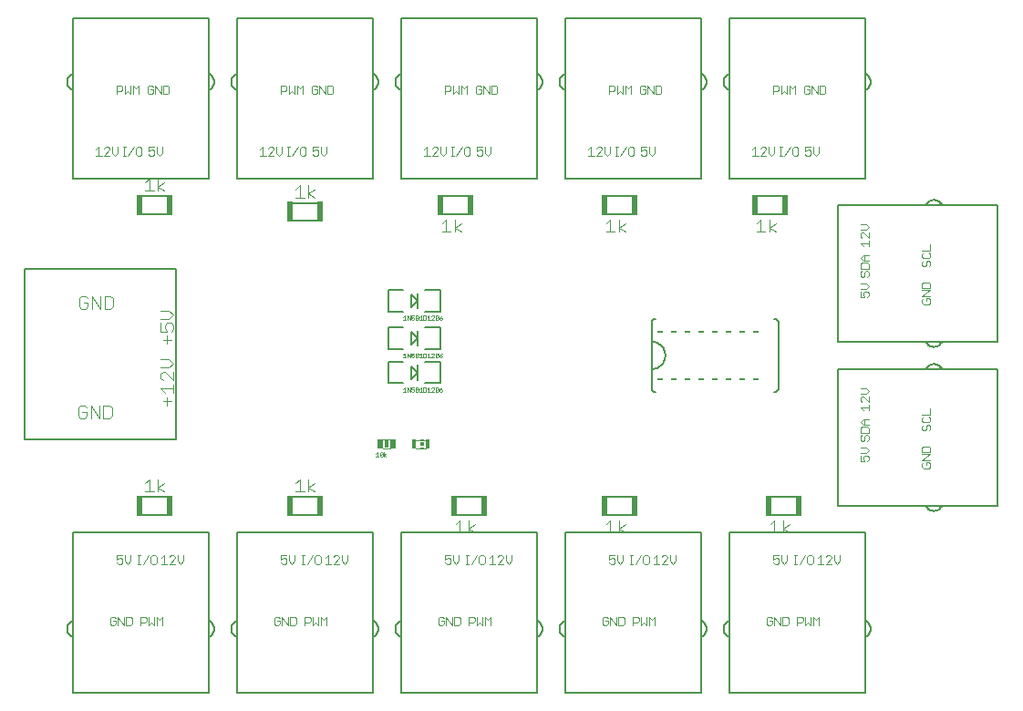
<source format=gto>
G75*
G70*
%OFA0B0*%
%FSLAX24Y24*%
%IPPOS*%
%LPD*%
%AMOC8*
5,1,8,0,0,1.08239X$1,22.5*
%
%ADD10C,0.0080*%
%ADD11C,0.0010*%
%ADD12C,0.0040*%
%ADD13R,0.0197X0.0374*%
%ADD14R,0.0180X0.0300*%
%ADD15R,0.0157X0.0354*%
%ADD16R,0.0118X0.0059*%
%ADD17R,0.0118X0.0118*%
%ADD18C,0.0060*%
%ADD19R,0.0200X0.0050*%
%ADD20R,0.0230X0.0720*%
%ADD21C,0.0050*%
D10*
X001859Y000257D02*
X001859Y002305D01*
X001859Y002895D01*
X001859Y006122D01*
X006840Y006122D01*
X006840Y002305D01*
X006840Y000257D01*
X001859Y000257D01*
X001859Y002305D02*
X001828Y002319D01*
X001799Y002337D01*
X001772Y002358D01*
X001748Y002382D01*
X001726Y002408D01*
X001707Y002437D01*
X001691Y002467D01*
X001678Y002499D01*
X001669Y002532D01*
X001664Y002566D01*
X001662Y002600D01*
X001664Y002634D01*
X001669Y002668D01*
X001678Y002701D01*
X001691Y002733D01*
X001707Y002763D01*
X001726Y002792D01*
X001748Y002818D01*
X001772Y002842D01*
X001799Y002863D01*
X001828Y002881D01*
X001859Y002895D01*
X006840Y002895D02*
X006871Y002881D01*
X006900Y002863D01*
X006927Y002842D01*
X006951Y002818D01*
X006973Y002792D01*
X006992Y002763D01*
X007008Y002733D01*
X007021Y002701D01*
X007030Y002668D01*
X007035Y002634D01*
X007037Y002600D01*
X007035Y002566D01*
X007030Y002532D01*
X007021Y002499D01*
X007008Y002467D01*
X006992Y002437D01*
X006973Y002408D01*
X006951Y002382D01*
X006927Y002358D01*
X006900Y002337D01*
X006871Y002319D01*
X006840Y002305D01*
X007859Y002305D02*
X007859Y002895D01*
X007859Y006122D01*
X012840Y006122D01*
X012840Y002305D01*
X012840Y000257D01*
X007859Y000257D01*
X007859Y002305D01*
X007828Y002319D01*
X007799Y002337D01*
X007772Y002358D01*
X007748Y002382D01*
X007726Y002408D01*
X007707Y002437D01*
X007691Y002467D01*
X007678Y002499D01*
X007669Y002532D01*
X007664Y002566D01*
X007662Y002600D01*
X007664Y002634D01*
X007669Y002668D01*
X007678Y002701D01*
X007691Y002733D01*
X007707Y002763D01*
X007726Y002792D01*
X007748Y002818D01*
X007772Y002842D01*
X007799Y002863D01*
X007828Y002881D01*
X007859Y002895D01*
X012840Y002895D02*
X012871Y002881D01*
X012900Y002863D01*
X012927Y002842D01*
X012951Y002818D01*
X012973Y002792D01*
X012992Y002763D01*
X013008Y002733D01*
X013021Y002701D01*
X013030Y002668D01*
X013035Y002634D01*
X013037Y002600D01*
X013035Y002566D01*
X013030Y002532D01*
X013021Y002499D01*
X013008Y002467D01*
X012992Y002437D01*
X012973Y002408D01*
X012951Y002382D01*
X012927Y002358D01*
X012900Y002337D01*
X012871Y002319D01*
X012840Y002305D01*
X013859Y002305D02*
X013859Y002895D01*
X013859Y006122D01*
X018840Y006122D01*
X018840Y002305D01*
X018840Y000257D01*
X013859Y000257D01*
X013859Y002305D01*
X013828Y002319D01*
X013799Y002337D01*
X013772Y002358D01*
X013748Y002382D01*
X013726Y002408D01*
X013707Y002437D01*
X013691Y002467D01*
X013678Y002499D01*
X013669Y002532D01*
X013664Y002566D01*
X013662Y002600D01*
X013664Y002634D01*
X013669Y002668D01*
X013678Y002701D01*
X013691Y002733D01*
X013707Y002763D01*
X013726Y002792D01*
X013748Y002818D01*
X013772Y002842D01*
X013799Y002863D01*
X013828Y002881D01*
X013859Y002895D01*
X018840Y002895D02*
X018871Y002881D01*
X018900Y002863D01*
X018927Y002842D01*
X018951Y002818D01*
X018973Y002792D01*
X018992Y002763D01*
X019008Y002733D01*
X019021Y002701D01*
X019030Y002668D01*
X019035Y002634D01*
X019037Y002600D01*
X019035Y002566D01*
X019030Y002532D01*
X019021Y002499D01*
X019008Y002467D01*
X018992Y002437D01*
X018973Y002408D01*
X018951Y002382D01*
X018927Y002358D01*
X018900Y002337D01*
X018871Y002319D01*
X018840Y002305D01*
X019859Y002305D02*
X019859Y002895D01*
X019859Y006122D01*
X024840Y006122D01*
X024840Y002305D01*
X024840Y000257D01*
X019859Y000257D01*
X019859Y002305D01*
X019828Y002319D01*
X019799Y002337D01*
X019772Y002358D01*
X019748Y002382D01*
X019726Y002408D01*
X019707Y002437D01*
X019691Y002467D01*
X019678Y002499D01*
X019669Y002532D01*
X019664Y002566D01*
X019662Y002600D01*
X019664Y002634D01*
X019669Y002668D01*
X019678Y002701D01*
X019691Y002733D01*
X019707Y002763D01*
X019726Y002792D01*
X019748Y002818D01*
X019772Y002842D01*
X019799Y002863D01*
X019828Y002881D01*
X019859Y002895D01*
X024840Y002895D02*
X024871Y002881D01*
X024900Y002863D01*
X024927Y002842D01*
X024951Y002818D01*
X024973Y002792D01*
X024992Y002763D01*
X025008Y002733D01*
X025021Y002701D01*
X025030Y002668D01*
X025035Y002634D01*
X025037Y002600D01*
X025035Y002566D01*
X025030Y002532D01*
X025021Y002499D01*
X025008Y002467D01*
X024992Y002437D01*
X024973Y002408D01*
X024951Y002382D01*
X024927Y002358D01*
X024900Y002337D01*
X024871Y002319D01*
X024840Y002305D01*
X025859Y002305D02*
X025859Y002895D01*
X025859Y006122D01*
X030840Y006122D01*
X030840Y002305D01*
X030840Y000257D01*
X025859Y000257D01*
X025859Y002305D01*
X025828Y002319D01*
X025799Y002337D01*
X025772Y002358D01*
X025748Y002382D01*
X025726Y002408D01*
X025707Y002437D01*
X025691Y002467D01*
X025678Y002499D01*
X025669Y002532D01*
X025664Y002566D01*
X025662Y002600D01*
X025664Y002634D01*
X025669Y002668D01*
X025678Y002701D01*
X025691Y002733D01*
X025707Y002763D01*
X025726Y002792D01*
X025748Y002818D01*
X025772Y002842D01*
X025799Y002863D01*
X025828Y002881D01*
X025859Y002895D01*
X030840Y002895D02*
X030871Y002881D01*
X030900Y002863D01*
X030927Y002842D01*
X030951Y002818D01*
X030973Y002792D01*
X030992Y002763D01*
X031008Y002733D01*
X031021Y002701D01*
X031030Y002668D01*
X031035Y002634D01*
X031037Y002600D01*
X031035Y002566D01*
X031030Y002532D01*
X031021Y002499D01*
X031008Y002467D01*
X030992Y002437D01*
X030973Y002408D01*
X030951Y002382D01*
X030927Y002358D01*
X030900Y002337D01*
X030871Y002319D01*
X030840Y002305D01*
X029828Y007110D02*
X033054Y007110D01*
X033645Y007110D01*
X035692Y007110D01*
X035692Y012090D01*
X033645Y012090D01*
X029828Y012090D01*
X029828Y007110D01*
X033054Y007110D02*
X033068Y007079D01*
X033086Y007050D01*
X033107Y007023D01*
X033131Y006999D01*
X033157Y006977D01*
X033186Y006958D01*
X033216Y006942D01*
X033248Y006929D01*
X033281Y006920D01*
X033315Y006915D01*
X033349Y006913D01*
X033383Y006915D01*
X033417Y006920D01*
X033450Y006929D01*
X033482Y006942D01*
X033512Y006958D01*
X033541Y006977D01*
X033567Y006999D01*
X033591Y007023D01*
X033612Y007050D01*
X033630Y007079D01*
X033644Y007110D01*
X033644Y012090D02*
X033630Y012121D01*
X033612Y012150D01*
X033591Y012177D01*
X033567Y012201D01*
X033541Y012223D01*
X033512Y012242D01*
X033482Y012258D01*
X033450Y012271D01*
X033417Y012280D01*
X033383Y012285D01*
X033349Y012287D01*
X033315Y012285D01*
X033281Y012280D01*
X033248Y012271D01*
X033216Y012258D01*
X033186Y012242D01*
X033157Y012223D01*
X033131Y012201D01*
X033107Y012177D01*
X033086Y012150D01*
X033068Y012121D01*
X033054Y012090D01*
X033054Y013110D02*
X033645Y013110D01*
X035692Y013110D01*
X035692Y018090D01*
X033645Y018090D01*
X029828Y018090D01*
X029828Y013110D01*
X033054Y013110D01*
X033068Y013079D01*
X033086Y013050D01*
X033107Y013023D01*
X033131Y012999D01*
X033157Y012977D01*
X033186Y012958D01*
X033216Y012942D01*
X033248Y012929D01*
X033281Y012920D01*
X033315Y012915D01*
X033349Y012913D01*
X033383Y012915D01*
X033417Y012920D01*
X033450Y012929D01*
X033482Y012942D01*
X033512Y012958D01*
X033541Y012977D01*
X033567Y012999D01*
X033591Y013023D01*
X033612Y013050D01*
X033630Y013079D01*
X033644Y013110D01*
X033644Y018090D02*
X033630Y018121D01*
X033612Y018150D01*
X033591Y018177D01*
X033567Y018201D01*
X033541Y018223D01*
X033512Y018242D01*
X033482Y018258D01*
X033450Y018271D01*
X033417Y018280D01*
X033383Y018285D01*
X033349Y018287D01*
X033315Y018285D01*
X033281Y018280D01*
X033248Y018271D01*
X033216Y018258D01*
X033186Y018242D01*
X033157Y018223D01*
X033131Y018201D01*
X033107Y018177D01*
X033086Y018150D01*
X033068Y018121D01*
X033054Y018090D01*
X030840Y019078D02*
X030840Y022305D01*
X030840Y022895D01*
X030840Y024943D01*
X025859Y024943D01*
X025859Y022895D01*
X025859Y019078D01*
X030840Y019078D01*
X030840Y022305D02*
X030871Y022319D01*
X030900Y022337D01*
X030927Y022358D01*
X030951Y022382D01*
X030973Y022408D01*
X030992Y022437D01*
X031008Y022467D01*
X031021Y022499D01*
X031030Y022532D01*
X031035Y022566D01*
X031037Y022600D01*
X031035Y022634D01*
X031030Y022668D01*
X031021Y022701D01*
X031008Y022733D01*
X030992Y022763D01*
X030973Y022792D01*
X030951Y022818D01*
X030927Y022842D01*
X030900Y022863D01*
X030871Y022881D01*
X030840Y022895D01*
X025859Y022895D02*
X025828Y022881D01*
X025799Y022863D01*
X025772Y022842D01*
X025748Y022818D01*
X025726Y022792D01*
X025707Y022763D01*
X025691Y022733D01*
X025678Y022701D01*
X025669Y022668D01*
X025664Y022634D01*
X025662Y022600D01*
X025664Y022566D01*
X025669Y022532D01*
X025678Y022499D01*
X025691Y022467D01*
X025707Y022437D01*
X025726Y022408D01*
X025748Y022382D01*
X025772Y022358D01*
X025799Y022337D01*
X025828Y022319D01*
X025859Y022305D01*
X024840Y022305D02*
X024840Y022895D01*
X024840Y024943D01*
X019859Y024943D01*
X019859Y022895D01*
X019859Y019078D01*
X024840Y019078D01*
X024840Y022305D01*
X024871Y022319D01*
X024900Y022337D01*
X024927Y022358D01*
X024951Y022382D01*
X024973Y022408D01*
X024992Y022437D01*
X025008Y022467D01*
X025021Y022499D01*
X025030Y022532D01*
X025035Y022566D01*
X025037Y022600D01*
X025035Y022634D01*
X025030Y022668D01*
X025021Y022701D01*
X025008Y022733D01*
X024992Y022763D01*
X024973Y022792D01*
X024951Y022818D01*
X024927Y022842D01*
X024900Y022863D01*
X024871Y022881D01*
X024840Y022895D01*
X019859Y022895D02*
X019828Y022881D01*
X019799Y022863D01*
X019772Y022842D01*
X019748Y022818D01*
X019726Y022792D01*
X019707Y022763D01*
X019691Y022733D01*
X019678Y022701D01*
X019669Y022668D01*
X019664Y022634D01*
X019662Y022600D01*
X019664Y022566D01*
X019669Y022532D01*
X019678Y022499D01*
X019691Y022467D01*
X019707Y022437D01*
X019726Y022408D01*
X019748Y022382D01*
X019772Y022358D01*
X019799Y022337D01*
X019828Y022319D01*
X019859Y022305D01*
X018840Y022305D02*
X018840Y022895D01*
X018840Y024943D01*
X013859Y024943D01*
X013859Y022895D01*
X013859Y019078D01*
X018840Y019078D01*
X018840Y022305D01*
X018871Y022319D01*
X018900Y022337D01*
X018927Y022358D01*
X018951Y022382D01*
X018973Y022408D01*
X018992Y022437D01*
X019008Y022467D01*
X019021Y022499D01*
X019030Y022532D01*
X019035Y022566D01*
X019037Y022600D01*
X019035Y022634D01*
X019030Y022668D01*
X019021Y022701D01*
X019008Y022733D01*
X018992Y022763D01*
X018973Y022792D01*
X018951Y022818D01*
X018927Y022842D01*
X018900Y022863D01*
X018871Y022881D01*
X018840Y022895D01*
X013859Y022895D02*
X013828Y022881D01*
X013799Y022863D01*
X013772Y022842D01*
X013748Y022818D01*
X013726Y022792D01*
X013707Y022763D01*
X013691Y022733D01*
X013678Y022701D01*
X013669Y022668D01*
X013664Y022634D01*
X013662Y022600D01*
X013664Y022566D01*
X013669Y022532D01*
X013678Y022499D01*
X013691Y022467D01*
X013707Y022437D01*
X013726Y022408D01*
X013748Y022382D01*
X013772Y022358D01*
X013799Y022337D01*
X013828Y022319D01*
X013859Y022305D01*
X012840Y022305D02*
X012840Y022895D01*
X012840Y024943D01*
X007859Y024943D01*
X007859Y022895D01*
X007859Y019078D01*
X012840Y019078D01*
X012840Y022305D01*
X012871Y022319D01*
X012900Y022337D01*
X012927Y022358D01*
X012951Y022382D01*
X012973Y022408D01*
X012992Y022437D01*
X013008Y022467D01*
X013021Y022499D01*
X013030Y022532D01*
X013035Y022566D01*
X013037Y022600D01*
X013035Y022634D01*
X013030Y022668D01*
X013021Y022701D01*
X013008Y022733D01*
X012992Y022763D01*
X012973Y022792D01*
X012951Y022818D01*
X012927Y022842D01*
X012900Y022863D01*
X012871Y022881D01*
X012840Y022895D01*
X007859Y022895D02*
X007828Y022881D01*
X007799Y022863D01*
X007772Y022842D01*
X007748Y022818D01*
X007726Y022792D01*
X007707Y022763D01*
X007691Y022733D01*
X007678Y022701D01*
X007669Y022668D01*
X007664Y022634D01*
X007662Y022600D01*
X007664Y022566D01*
X007669Y022532D01*
X007678Y022499D01*
X007691Y022467D01*
X007707Y022437D01*
X007726Y022408D01*
X007748Y022382D01*
X007772Y022358D01*
X007799Y022337D01*
X007828Y022319D01*
X007859Y022305D01*
X006840Y022305D02*
X006840Y022895D01*
X006840Y024943D01*
X001859Y024943D01*
X001859Y022895D01*
X001859Y019078D01*
X006840Y019078D01*
X006840Y022305D01*
X006871Y022319D01*
X006900Y022337D01*
X006927Y022358D01*
X006951Y022382D01*
X006973Y022408D01*
X006992Y022437D01*
X007008Y022467D01*
X007021Y022499D01*
X007030Y022532D01*
X007035Y022566D01*
X007037Y022600D01*
X007035Y022634D01*
X007030Y022668D01*
X007021Y022701D01*
X007008Y022733D01*
X006992Y022763D01*
X006973Y022792D01*
X006951Y022818D01*
X006927Y022842D01*
X006900Y022863D01*
X006871Y022881D01*
X006840Y022895D01*
X001859Y022895D02*
X001828Y022881D01*
X001799Y022863D01*
X001772Y022842D01*
X001748Y022818D01*
X001726Y022792D01*
X001707Y022763D01*
X001691Y022733D01*
X001678Y022701D01*
X001669Y022668D01*
X001664Y022634D01*
X001662Y022600D01*
X001664Y022566D01*
X001669Y022532D01*
X001678Y022499D01*
X001691Y022467D01*
X001707Y022437D01*
X001726Y022408D01*
X001748Y022382D01*
X001772Y022358D01*
X001799Y022337D01*
X001828Y022319D01*
X001859Y022305D01*
X013405Y014994D02*
X013405Y014206D01*
X013956Y014206D01*
X014231Y014364D02*
X014468Y014600D01*
X014231Y014836D01*
X014231Y014364D01*
X014468Y014324D02*
X014468Y014600D01*
X014468Y014876D01*
X014743Y014994D02*
X015294Y014994D01*
X015294Y014206D01*
X014743Y014206D01*
X014743Y013619D02*
X015294Y013619D01*
X015294Y012831D01*
X014743Y012831D01*
X014468Y012949D02*
X014468Y013225D01*
X014231Y012989D01*
X014231Y013461D01*
X014468Y013225D01*
X014468Y013501D01*
X013956Y013619D02*
X013405Y013619D01*
X013405Y012831D01*
X013956Y012831D01*
X013956Y012369D02*
X013405Y012369D01*
X013405Y011581D01*
X013956Y011581D01*
X014231Y011739D02*
X014468Y011975D01*
X014231Y012211D01*
X014231Y011739D01*
X014468Y011699D02*
X014468Y011975D01*
X014468Y012251D01*
X014743Y012369D02*
X015294Y012369D01*
X015294Y011581D01*
X014743Y011581D01*
X013956Y014994D02*
X013405Y014994D01*
D11*
X014004Y014055D02*
X014004Y013905D01*
X013954Y013905D02*
X014054Y013905D01*
X014102Y013905D02*
X014102Y014055D01*
X014202Y013905D01*
X014202Y014055D01*
X014249Y014055D02*
X014249Y013980D01*
X014299Y014005D01*
X014324Y014005D01*
X014349Y013980D01*
X014349Y013930D01*
X014324Y013905D01*
X014274Y013905D01*
X014249Y013930D01*
X014249Y014055D02*
X014349Y014055D01*
X014396Y014030D02*
X014421Y014055D01*
X014471Y014055D01*
X014496Y014030D01*
X014496Y014005D01*
X014471Y013980D01*
X014421Y013980D01*
X014396Y014005D01*
X014396Y014030D01*
X014421Y013980D02*
X014396Y013955D01*
X014396Y013930D01*
X014421Y013905D01*
X014471Y013905D01*
X014496Y013930D01*
X014496Y013955D01*
X014471Y013980D01*
X014544Y014005D02*
X014594Y014055D01*
X014594Y013905D01*
X014544Y013905D02*
X014644Y013905D01*
X014691Y013905D02*
X014766Y013905D01*
X014791Y013930D01*
X014791Y014030D01*
X014766Y014055D01*
X014691Y014055D01*
X014691Y013905D01*
X014838Y013905D02*
X014938Y013905D01*
X014986Y013905D02*
X015086Y014005D01*
X015086Y014030D01*
X015061Y014055D01*
X015011Y014055D01*
X014986Y014030D01*
X014888Y014055D02*
X014888Y013905D01*
X014986Y013905D02*
X015086Y013905D01*
X015133Y013930D02*
X015233Y014030D01*
X015233Y013930D01*
X015208Y013905D01*
X015158Y013905D01*
X015133Y013930D01*
X015133Y014030D01*
X015158Y014055D01*
X015208Y014055D01*
X015233Y014030D01*
X015280Y013980D02*
X015355Y013980D01*
X015380Y013955D01*
X015380Y013930D01*
X015355Y013905D01*
X015305Y013905D01*
X015280Y013930D01*
X015280Y013980D01*
X015330Y014030D01*
X015380Y014055D01*
X014888Y014055D02*
X014838Y014005D01*
X014004Y014055D02*
X013954Y014005D01*
X014004Y012680D02*
X013954Y012630D01*
X014004Y012680D02*
X014004Y012530D01*
X013954Y012530D02*
X014054Y012530D01*
X014102Y012530D02*
X014102Y012680D01*
X014202Y012530D01*
X014202Y012680D01*
X014249Y012680D02*
X014249Y012605D01*
X014299Y012630D01*
X014324Y012630D01*
X014349Y012605D01*
X014349Y012555D01*
X014324Y012530D01*
X014274Y012530D01*
X014249Y012555D01*
X014249Y012680D02*
X014349Y012680D01*
X014396Y012655D02*
X014396Y012630D01*
X014421Y012605D01*
X014471Y012605D01*
X014496Y012580D01*
X014496Y012555D01*
X014471Y012530D01*
X014421Y012530D01*
X014396Y012555D01*
X014396Y012580D01*
X014421Y012605D01*
X014471Y012605D02*
X014496Y012630D01*
X014496Y012655D01*
X014471Y012680D01*
X014421Y012680D01*
X014396Y012655D01*
X014544Y012630D02*
X014594Y012680D01*
X014594Y012530D01*
X014544Y012530D02*
X014644Y012530D01*
X014691Y012530D02*
X014766Y012530D01*
X014791Y012555D01*
X014791Y012655D01*
X014766Y012680D01*
X014691Y012680D01*
X014691Y012530D01*
X014838Y012530D02*
X014938Y012530D01*
X014986Y012530D02*
X015086Y012630D01*
X015086Y012655D01*
X015061Y012680D01*
X015011Y012680D01*
X014986Y012655D01*
X014888Y012680D02*
X014888Y012530D01*
X014986Y012530D02*
X015086Y012530D01*
X015133Y012555D02*
X015158Y012530D01*
X015208Y012530D01*
X015233Y012555D01*
X015233Y012655D01*
X015133Y012555D01*
X015133Y012655D01*
X015158Y012680D01*
X015208Y012680D01*
X015233Y012655D01*
X015280Y012605D02*
X015355Y012605D01*
X015380Y012580D01*
X015380Y012555D01*
X015355Y012530D01*
X015305Y012530D01*
X015280Y012555D01*
X015280Y012605D01*
X015330Y012655D01*
X015380Y012680D01*
X014888Y012680D02*
X014838Y012630D01*
X014888Y011430D02*
X014888Y011280D01*
X014838Y011280D02*
X014938Y011280D01*
X014986Y011280D02*
X015086Y011380D01*
X015086Y011405D01*
X015061Y011430D01*
X015011Y011430D01*
X014986Y011405D01*
X014888Y011430D02*
X014838Y011380D01*
X014791Y011405D02*
X014766Y011430D01*
X014691Y011430D01*
X014691Y011280D01*
X014766Y011280D01*
X014791Y011305D01*
X014791Y011405D01*
X014644Y011280D02*
X014544Y011280D01*
X014594Y011280D02*
X014594Y011430D01*
X014544Y011380D01*
X014496Y011380D02*
X014471Y011355D01*
X014421Y011355D01*
X014396Y011380D01*
X014396Y011405D01*
X014421Y011430D01*
X014471Y011430D01*
X014496Y011405D01*
X014496Y011380D01*
X014471Y011355D02*
X014496Y011330D01*
X014496Y011305D01*
X014471Y011280D01*
X014421Y011280D01*
X014396Y011305D01*
X014396Y011330D01*
X014421Y011355D01*
X014349Y011355D02*
X014349Y011305D01*
X014324Y011280D01*
X014274Y011280D01*
X014249Y011305D01*
X014249Y011355D02*
X014299Y011380D01*
X014324Y011380D01*
X014349Y011355D01*
X014349Y011430D02*
X014249Y011430D01*
X014249Y011355D01*
X014202Y011280D02*
X014202Y011430D01*
X014102Y011430D02*
X014202Y011280D01*
X014102Y011280D02*
X014102Y011430D01*
X014004Y011430D02*
X014004Y011280D01*
X013954Y011280D02*
X014054Y011280D01*
X013954Y011380D02*
X014004Y011430D01*
X014986Y011280D02*
X015086Y011280D01*
X015133Y011305D02*
X015158Y011280D01*
X015208Y011280D01*
X015233Y011305D01*
X015233Y011405D01*
X015133Y011305D01*
X015133Y011405D01*
X015158Y011430D01*
X015208Y011430D01*
X015233Y011405D01*
X015280Y011355D02*
X015355Y011355D01*
X015380Y011330D01*
X015380Y011305D01*
X015355Y011280D01*
X015305Y011280D01*
X015280Y011305D01*
X015280Y011355D01*
X015330Y011405D01*
X015380Y011430D01*
X013249Y009055D02*
X013249Y008905D01*
X013249Y008955D02*
X013324Y009005D01*
X013249Y008955D02*
X013324Y008905D01*
X013202Y008930D02*
X013202Y009030D01*
X013102Y008930D01*
X013127Y008905D01*
X013177Y008905D01*
X013202Y008930D01*
X013202Y009030D02*
X013177Y009055D01*
X013127Y009055D01*
X013102Y009030D01*
X013102Y008930D01*
X013054Y008905D02*
X012954Y008905D01*
X013004Y008905D02*
X013004Y009055D01*
X012954Y009005D01*
X011901Y005290D02*
X011901Y005083D01*
X011797Y004980D01*
X011694Y005083D01*
X011694Y005290D01*
X011606Y005239D02*
X011554Y005290D01*
X011451Y005290D01*
X011399Y005239D01*
X011208Y005290D02*
X011208Y004980D01*
X011311Y004980D02*
X011104Y004980D01*
X010927Y005032D02*
X010876Y004980D01*
X010772Y004980D01*
X010720Y005032D01*
X010720Y005239D01*
X010772Y005290D01*
X010876Y005290D01*
X010927Y005239D01*
X010927Y005032D01*
X011104Y005187D02*
X011208Y005290D01*
X011399Y004980D02*
X011606Y005187D01*
X011606Y005239D01*
X011606Y004980D02*
X011399Y004980D01*
X010633Y005290D02*
X010426Y004980D01*
X010333Y004980D02*
X010229Y004980D01*
X010281Y004980D02*
X010281Y005290D01*
X010229Y005290D02*
X010333Y005290D01*
X009981Y005290D02*
X009981Y005083D01*
X009877Y004980D01*
X009774Y005083D01*
X009774Y005290D01*
X009686Y005290D02*
X009479Y005290D01*
X009479Y005135D01*
X009583Y005187D01*
X009635Y005187D01*
X009686Y005135D01*
X009686Y005032D01*
X009635Y004980D01*
X009531Y004980D01*
X009479Y005032D01*
X009524Y003040D02*
X009731Y002730D01*
X009731Y003040D01*
X009819Y003040D02*
X009974Y003040D01*
X010026Y002989D01*
X010026Y002782D01*
X009974Y002730D01*
X009819Y002730D01*
X009819Y003040D01*
X009524Y003040D02*
X009524Y002730D01*
X009436Y002782D02*
X009385Y002730D01*
X009281Y002730D01*
X009229Y002782D01*
X009229Y002989D01*
X009281Y003040D01*
X009385Y003040D01*
X009436Y002989D01*
X009436Y002885D02*
X009333Y002885D01*
X009436Y002885D02*
X009436Y002782D01*
X010354Y002833D02*
X010510Y002833D01*
X010561Y002885D01*
X010561Y002989D01*
X010510Y003040D01*
X010354Y003040D01*
X010354Y002730D01*
X010649Y002730D02*
X010752Y002833D01*
X010856Y002730D01*
X010856Y003040D01*
X010944Y003040D02*
X011047Y002937D01*
X011151Y003040D01*
X011151Y002730D01*
X010944Y002730D02*
X010944Y003040D01*
X010649Y003040D02*
X010649Y002730D01*
X015229Y002782D02*
X015281Y002730D01*
X015385Y002730D01*
X015436Y002782D01*
X015436Y002885D01*
X015333Y002885D01*
X015436Y002989D02*
X015385Y003040D01*
X015281Y003040D01*
X015229Y002989D01*
X015229Y002782D01*
X015524Y002730D02*
X015524Y003040D01*
X015731Y002730D01*
X015731Y003040D01*
X015819Y003040D02*
X015974Y003040D01*
X016026Y002989D01*
X016026Y002782D01*
X015974Y002730D01*
X015819Y002730D01*
X015819Y003040D01*
X016354Y003040D02*
X016510Y003040D01*
X016561Y002989D01*
X016561Y002885D01*
X016510Y002833D01*
X016354Y002833D01*
X016354Y002730D02*
X016354Y003040D01*
X016649Y003040D02*
X016649Y002730D01*
X016752Y002833D01*
X016856Y002730D01*
X016856Y003040D01*
X016944Y003040D02*
X017047Y002937D01*
X017151Y003040D01*
X017151Y002730D01*
X016944Y002730D02*
X016944Y003040D01*
X016876Y004980D02*
X016772Y004980D01*
X016720Y005032D01*
X016720Y005239D01*
X016772Y005290D01*
X016876Y005290D01*
X016927Y005239D01*
X016927Y005032D01*
X016876Y004980D01*
X017104Y004980D02*
X017311Y004980D01*
X017399Y004980D02*
X017606Y005187D01*
X017606Y005239D01*
X017554Y005290D01*
X017451Y005290D01*
X017399Y005239D01*
X017208Y005290D02*
X017208Y004980D01*
X017399Y004980D02*
X017606Y004980D01*
X017694Y005083D02*
X017797Y004980D01*
X017901Y005083D01*
X017901Y005290D01*
X017694Y005290D02*
X017694Y005083D01*
X017208Y005290D02*
X017104Y005187D01*
X016633Y005290D02*
X016426Y004980D01*
X016333Y004980D02*
X016229Y004980D01*
X016281Y004980D02*
X016281Y005290D01*
X016229Y005290D02*
X016333Y005290D01*
X015981Y005290D02*
X015981Y005083D01*
X015877Y004980D01*
X015774Y005083D01*
X015774Y005290D01*
X015686Y005290D02*
X015479Y005290D01*
X015479Y005135D01*
X015583Y005187D01*
X015635Y005187D01*
X015686Y005135D01*
X015686Y005032D01*
X015635Y004980D01*
X015531Y004980D01*
X015479Y005032D01*
X021479Y005032D02*
X021531Y004980D01*
X021635Y004980D01*
X021686Y005032D01*
X021686Y005135D01*
X021635Y005187D01*
X021583Y005187D01*
X021479Y005135D01*
X021479Y005290D01*
X021686Y005290D01*
X021774Y005290D02*
X021774Y005083D01*
X021877Y004980D01*
X021981Y005083D01*
X021981Y005290D01*
X022229Y005290D02*
X022333Y005290D01*
X022281Y005290D02*
X022281Y004980D01*
X022229Y004980D02*
X022333Y004980D01*
X022426Y004980D02*
X022633Y005290D01*
X022720Y005239D02*
X022772Y005290D01*
X022876Y005290D01*
X022927Y005239D01*
X022927Y005032D01*
X022876Y004980D01*
X022772Y004980D01*
X022720Y005032D01*
X022720Y005239D01*
X023104Y005187D02*
X023208Y005290D01*
X023208Y004980D01*
X023311Y004980D02*
X023104Y004980D01*
X023399Y004980D02*
X023606Y005187D01*
X023606Y005239D01*
X023554Y005290D01*
X023451Y005290D01*
X023399Y005239D01*
X023399Y004980D02*
X023606Y004980D01*
X023694Y005083D02*
X023797Y004980D01*
X023901Y005083D01*
X023901Y005290D01*
X023694Y005290D02*
X023694Y005083D01*
X023151Y003040D02*
X023151Y002730D01*
X022944Y002730D02*
X022944Y003040D01*
X023047Y002937D01*
X023151Y003040D01*
X022856Y003040D02*
X022856Y002730D01*
X022752Y002833D01*
X022649Y002730D01*
X022649Y003040D01*
X022561Y002989D02*
X022561Y002885D01*
X022510Y002833D01*
X022354Y002833D01*
X022354Y002730D02*
X022354Y003040D01*
X022510Y003040D01*
X022561Y002989D01*
X022026Y002989D02*
X021974Y003040D01*
X021819Y003040D01*
X021819Y002730D01*
X021974Y002730D01*
X022026Y002782D01*
X022026Y002989D01*
X021731Y003040D02*
X021731Y002730D01*
X021524Y003040D01*
X021524Y002730D01*
X021436Y002782D02*
X021436Y002885D01*
X021333Y002885D01*
X021436Y002782D02*
X021385Y002730D01*
X021281Y002730D01*
X021229Y002782D01*
X021229Y002989D01*
X021281Y003040D01*
X021385Y003040D01*
X021436Y002989D01*
X027229Y002989D02*
X027229Y002782D01*
X027281Y002730D01*
X027385Y002730D01*
X027436Y002782D01*
X027436Y002885D01*
X027333Y002885D01*
X027436Y002989D02*
X027385Y003040D01*
X027281Y003040D01*
X027229Y002989D01*
X027524Y003040D02*
X027524Y002730D01*
X027731Y002730D02*
X027731Y003040D01*
X027819Y003040D02*
X027974Y003040D01*
X028026Y002989D01*
X028026Y002782D01*
X027974Y002730D01*
X027819Y002730D01*
X027819Y003040D01*
X027524Y003040D02*
X027731Y002730D01*
X028354Y002730D02*
X028354Y003040D01*
X028510Y003040D01*
X028561Y002989D01*
X028561Y002885D01*
X028510Y002833D01*
X028354Y002833D01*
X028649Y002730D02*
X028752Y002833D01*
X028856Y002730D01*
X028856Y003040D01*
X028944Y003040D02*
X029047Y002937D01*
X029151Y003040D01*
X029151Y002730D01*
X028944Y002730D02*
X028944Y003040D01*
X028649Y003040D02*
X028649Y002730D01*
X028772Y004980D02*
X028876Y004980D01*
X028927Y005032D01*
X028927Y005239D01*
X028876Y005290D01*
X028772Y005290D01*
X028720Y005239D01*
X028720Y005032D01*
X028772Y004980D01*
X029104Y004980D02*
X029311Y004980D01*
X029399Y004980D02*
X029606Y005187D01*
X029606Y005239D01*
X029554Y005290D01*
X029451Y005290D01*
X029399Y005239D01*
X029208Y005290D02*
X029208Y004980D01*
X029399Y004980D02*
X029606Y004980D01*
X029694Y005083D02*
X029797Y004980D01*
X029901Y005083D01*
X029901Y005290D01*
X029694Y005290D02*
X029694Y005083D01*
X029208Y005290D02*
X029104Y005187D01*
X028633Y005290D02*
X028426Y004980D01*
X028333Y004980D02*
X028229Y004980D01*
X028281Y004980D02*
X028281Y005290D01*
X028229Y005290D02*
X028333Y005290D01*
X027981Y005290D02*
X027981Y005083D01*
X027877Y004980D01*
X027774Y005083D01*
X027774Y005290D01*
X027686Y005290D02*
X027479Y005290D01*
X027479Y005135D01*
X027583Y005187D01*
X027635Y005187D01*
X027686Y005135D01*
X027686Y005032D01*
X027635Y004980D01*
X027531Y004980D01*
X027479Y005032D01*
X030659Y008730D02*
X030814Y008730D01*
X030763Y008833D01*
X030763Y008885D01*
X030814Y008937D01*
X030918Y008937D01*
X030969Y008885D01*
X030969Y008782D01*
X030918Y008730D01*
X030659Y008730D02*
X030659Y008937D01*
X030659Y009025D02*
X030866Y009025D01*
X030969Y009128D01*
X030866Y009231D01*
X030659Y009231D01*
X030711Y009480D02*
X030763Y009480D01*
X030814Y009532D01*
X030814Y009635D01*
X030866Y009687D01*
X030918Y009687D01*
X030969Y009635D01*
X030969Y009532D01*
X030918Y009480D01*
X030711Y009480D02*
X030659Y009532D01*
X030659Y009635D01*
X030711Y009687D01*
X030659Y009775D02*
X030659Y009930D01*
X030711Y009981D01*
X030918Y009981D01*
X030969Y009930D01*
X030969Y009775D01*
X030659Y009775D01*
X030763Y010069D02*
X030659Y010173D01*
X030763Y010276D01*
X030969Y010276D01*
X030814Y010276D02*
X030814Y010069D01*
X030763Y010069D02*
X030969Y010069D01*
X030969Y010605D02*
X030969Y010812D01*
X030969Y010900D02*
X030763Y011106D01*
X030711Y011106D01*
X030659Y011055D01*
X030659Y010951D01*
X030711Y010900D01*
X030659Y010708D02*
X030969Y010708D01*
X030969Y010900D02*
X030969Y011106D01*
X030866Y011194D02*
X030969Y011298D01*
X030866Y011401D01*
X030659Y011401D01*
X030659Y011194D02*
X030866Y011194D01*
X030659Y010708D02*
X030763Y010605D01*
X032909Y010444D02*
X033219Y010444D01*
X033219Y010651D01*
X033168Y010356D02*
X033219Y010305D01*
X033219Y010201D01*
X033168Y010150D01*
X032961Y010150D01*
X032909Y010201D01*
X032909Y010305D01*
X032961Y010356D01*
X032961Y010062D02*
X032909Y010010D01*
X032909Y009907D01*
X032961Y009855D01*
X033013Y009855D01*
X033064Y009907D01*
X033064Y010010D01*
X033116Y010062D01*
X033168Y010062D01*
X033219Y010010D01*
X033219Y009907D01*
X033168Y009855D01*
X033168Y009276D02*
X032961Y009276D01*
X032909Y009224D01*
X032909Y009069D01*
X033219Y009069D01*
X033219Y009224D01*
X033168Y009276D01*
X033219Y008981D02*
X032909Y008981D01*
X032909Y008775D02*
X033219Y008981D01*
X033219Y008775D02*
X032909Y008775D01*
X032961Y008687D02*
X032909Y008635D01*
X032909Y008532D01*
X032961Y008480D01*
X033168Y008480D01*
X033219Y008532D01*
X033219Y008635D01*
X033168Y008687D01*
X033064Y008687D01*
X033064Y008583D01*
X032961Y014480D02*
X033168Y014480D01*
X033219Y014532D01*
X033219Y014635D01*
X033168Y014687D01*
X033064Y014687D01*
X033064Y014583D01*
X032961Y014480D02*
X032909Y014532D01*
X032909Y014635D01*
X032961Y014687D01*
X032909Y014775D02*
X033219Y014981D01*
X032909Y014981D01*
X032909Y015069D02*
X032909Y015224D01*
X032961Y015276D01*
X033168Y015276D01*
X033219Y015224D01*
X033219Y015069D01*
X032909Y015069D01*
X032909Y014775D02*
X033219Y014775D01*
X033168Y015855D02*
X033219Y015907D01*
X033219Y016010D01*
X033168Y016062D01*
X033116Y016062D01*
X033064Y016010D01*
X033064Y015907D01*
X033013Y015855D01*
X032961Y015855D01*
X032909Y015907D01*
X032909Y016010D01*
X032961Y016062D01*
X032961Y016150D02*
X033168Y016150D01*
X033219Y016201D01*
X033219Y016305D01*
X033168Y016356D01*
X033219Y016444D02*
X033219Y016651D01*
X033219Y016444D02*
X032909Y016444D01*
X032961Y016356D02*
X032909Y016305D01*
X032909Y016201D01*
X032961Y016150D01*
X030969Y016069D02*
X030763Y016069D01*
X030659Y016173D01*
X030763Y016276D01*
X030969Y016276D01*
X030814Y016276D02*
X030814Y016069D01*
X030711Y015981D02*
X030659Y015930D01*
X030659Y015775D01*
X030969Y015775D01*
X030969Y015930D01*
X030918Y015981D01*
X030711Y015981D01*
X030711Y015687D02*
X030659Y015635D01*
X030659Y015532D01*
X030711Y015480D01*
X030763Y015480D01*
X030814Y015532D01*
X030814Y015635D01*
X030866Y015687D01*
X030918Y015687D01*
X030969Y015635D01*
X030969Y015532D01*
X030918Y015480D01*
X030866Y015231D02*
X030659Y015231D01*
X030659Y015025D02*
X030866Y015025D01*
X030969Y015128D01*
X030866Y015231D01*
X030814Y014937D02*
X030918Y014937D01*
X030969Y014885D01*
X030969Y014782D01*
X030918Y014730D01*
X030814Y014730D02*
X030763Y014833D01*
X030763Y014885D01*
X030814Y014937D01*
X030659Y014937D02*
X030659Y014730D01*
X030814Y014730D01*
X030763Y016605D02*
X030659Y016708D01*
X030969Y016708D01*
X030969Y016605D02*
X030969Y016812D01*
X030969Y016900D02*
X030763Y017106D01*
X030711Y017106D01*
X030659Y017055D01*
X030659Y016951D01*
X030711Y016900D01*
X030969Y016900D02*
X030969Y017106D01*
X030866Y017194D02*
X030969Y017298D01*
X030866Y017401D01*
X030659Y017401D01*
X030659Y017194D02*
X030866Y017194D01*
X029038Y019910D02*
X028935Y020013D01*
X028935Y020220D01*
X028847Y020220D02*
X028640Y020220D01*
X028640Y020065D01*
X028744Y020117D01*
X028795Y020117D01*
X028847Y020065D01*
X028847Y019962D01*
X028795Y019910D01*
X028692Y019910D01*
X028640Y019962D01*
X028392Y019962D02*
X028392Y020169D01*
X028340Y020220D01*
X028236Y020220D01*
X028185Y020169D01*
X028185Y019962D01*
X028236Y019910D01*
X028340Y019910D01*
X028392Y019962D01*
X028097Y020220D02*
X027890Y019910D01*
X027797Y019910D02*
X027694Y019910D01*
X027745Y019910D02*
X027745Y020220D01*
X027694Y020220D02*
X027797Y020220D01*
X027517Y020220D02*
X027517Y020013D01*
X027413Y019910D01*
X027310Y020013D01*
X027310Y020220D01*
X027222Y020169D02*
X027170Y020220D01*
X027067Y020220D01*
X027015Y020169D01*
X026824Y020220D02*
X026824Y019910D01*
X026927Y019910D02*
X026720Y019910D01*
X026720Y020117D02*
X026824Y020220D01*
X027015Y019910D02*
X027222Y020117D01*
X027222Y020169D01*
X027222Y019910D02*
X027015Y019910D01*
X029038Y019910D02*
X029142Y020013D01*
X029142Y020220D01*
X029185Y022160D02*
X029340Y022160D01*
X029392Y022212D01*
X029392Y022419D01*
X029340Y022470D01*
X029185Y022470D01*
X029185Y022160D01*
X029097Y022160D02*
X029097Y022470D01*
X028890Y022470D02*
X028890Y022160D01*
X028802Y022212D02*
X028802Y022315D01*
X028699Y022315D01*
X028802Y022212D02*
X028751Y022160D01*
X028647Y022160D01*
X028595Y022212D01*
X028595Y022419D01*
X028647Y022470D01*
X028751Y022470D01*
X028802Y022419D01*
X028890Y022470D02*
X029097Y022160D01*
X028267Y022160D02*
X028267Y022470D01*
X028163Y022367D01*
X028060Y022470D01*
X028060Y022160D01*
X027972Y022160D02*
X027972Y022470D01*
X027765Y022470D02*
X027765Y022160D01*
X027869Y022263D01*
X027972Y022160D01*
X027677Y022315D02*
X027677Y022419D01*
X027626Y022470D01*
X027470Y022470D01*
X027470Y022160D01*
X027470Y022263D02*
X027626Y022263D01*
X027677Y022315D01*
X023392Y022212D02*
X023392Y022419D01*
X023340Y022470D01*
X023185Y022470D01*
X023185Y022160D01*
X023340Y022160D01*
X023392Y022212D01*
X023097Y022160D02*
X023097Y022470D01*
X022890Y022470D02*
X022890Y022160D01*
X022802Y022212D02*
X022802Y022315D01*
X022699Y022315D01*
X022802Y022212D02*
X022751Y022160D01*
X022647Y022160D01*
X022595Y022212D01*
X022595Y022419D01*
X022647Y022470D01*
X022751Y022470D01*
X022802Y022419D01*
X022890Y022470D02*
X023097Y022160D01*
X022267Y022160D02*
X022267Y022470D01*
X022163Y022367D01*
X022060Y022470D01*
X022060Y022160D01*
X021972Y022160D02*
X021972Y022470D01*
X021765Y022470D02*
X021765Y022160D01*
X021869Y022263D01*
X021972Y022160D01*
X021677Y022315D02*
X021677Y022419D01*
X021626Y022470D01*
X021470Y022470D01*
X021470Y022160D01*
X021470Y022263D02*
X021626Y022263D01*
X021677Y022315D01*
X021694Y020220D02*
X021797Y020220D01*
X021745Y020220D02*
X021745Y019910D01*
X021694Y019910D02*
X021797Y019910D01*
X021890Y019910D02*
X022097Y020220D01*
X022185Y020169D02*
X022185Y019962D01*
X022236Y019910D01*
X022340Y019910D01*
X022392Y019962D01*
X022392Y020169D01*
X022340Y020220D01*
X022236Y020220D01*
X022185Y020169D01*
X021517Y020220D02*
X021517Y020013D01*
X021413Y019910D01*
X021310Y020013D01*
X021310Y020220D01*
X021222Y020169D02*
X021170Y020220D01*
X021067Y020220D01*
X021015Y020169D01*
X020824Y020220D02*
X020824Y019910D01*
X020927Y019910D02*
X020720Y019910D01*
X020720Y020117D02*
X020824Y020220D01*
X021015Y019910D02*
X021222Y020117D01*
X021222Y020169D01*
X021222Y019910D02*
X021015Y019910D01*
X022640Y019962D02*
X022692Y019910D01*
X022795Y019910D01*
X022847Y019962D01*
X022847Y020065D01*
X022795Y020117D01*
X022744Y020117D01*
X022640Y020065D01*
X022640Y020220D01*
X022847Y020220D01*
X022935Y020220D02*
X022935Y020013D01*
X023038Y019910D01*
X023142Y020013D01*
X023142Y020220D01*
X017392Y022212D02*
X017392Y022419D01*
X017340Y022470D01*
X017185Y022470D01*
X017185Y022160D01*
X017340Y022160D01*
X017392Y022212D01*
X017097Y022160D02*
X017097Y022470D01*
X016890Y022470D02*
X017097Y022160D01*
X016890Y022160D02*
X016890Y022470D01*
X016802Y022419D02*
X016751Y022470D01*
X016647Y022470D01*
X016595Y022419D01*
X016595Y022212D01*
X016647Y022160D01*
X016751Y022160D01*
X016802Y022212D01*
X016802Y022315D01*
X016699Y022315D01*
X016267Y022470D02*
X016267Y022160D01*
X016060Y022160D02*
X016060Y022470D01*
X016163Y022367D01*
X016267Y022470D01*
X015972Y022470D02*
X015972Y022160D01*
X015869Y022263D01*
X015765Y022160D01*
X015765Y022470D01*
X015677Y022419D02*
X015677Y022315D01*
X015626Y022263D01*
X015470Y022263D01*
X015470Y022160D02*
X015470Y022470D01*
X015626Y022470D01*
X015677Y022419D01*
X015694Y020220D02*
X015797Y020220D01*
X015745Y020220D02*
X015745Y019910D01*
X015694Y019910D02*
X015797Y019910D01*
X015890Y019910D02*
X016097Y020220D01*
X016185Y020169D02*
X016185Y019962D01*
X016236Y019910D01*
X016340Y019910D01*
X016392Y019962D01*
X016392Y020169D01*
X016340Y020220D01*
X016236Y020220D01*
X016185Y020169D01*
X016640Y020220D02*
X016640Y020065D01*
X016744Y020117D01*
X016795Y020117D01*
X016847Y020065D01*
X016847Y019962D01*
X016795Y019910D01*
X016692Y019910D01*
X016640Y019962D01*
X016640Y020220D02*
X016847Y020220D01*
X016935Y020220D02*
X016935Y020013D01*
X017038Y019910D01*
X017142Y020013D01*
X017142Y020220D01*
X015517Y020220D02*
X015517Y020013D01*
X015413Y019910D01*
X015310Y020013D01*
X015310Y020220D01*
X015222Y020169D02*
X015170Y020220D01*
X015067Y020220D01*
X015015Y020169D01*
X014824Y020220D02*
X014824Y019910D01*
X014927Y019910D02*
X014720Y019910D01*
X014720Y020117D02*
X014824Y020220D01*
X015015Y019910D02*
X015222Y020117D01*
X015222Y020169D01*
X015222Y019910D02*
X015015Y019910D01*
X011142Y020013D02*
X011142Y020220D01*
X011142Y020013D02*
X011038Y019910D01*
X010935Y020013D01*
X010935Y020220D01*
X010847Y020220D02*
X010640Y020220D01*
X010640Y020065D01*
X010744Y020117D01*
X010795Y020117D01*
X010847Y020065D01*
X010847Y019962D01*
X010795Y019910D01*
X010692Y019910D01*
X010640Y019962D01*
X010392Y019962D02*
X010392Y020169D01*
X010340Y020220D01*
X010236Y020220D01*
X010185Y020169D01*
X010185Y019962D01*
X010236Y019910D01*
X010340Y019910D01*
X010392Y019962D01*
X010097Y020220D02*
X009890Y019910D01*
X009797Y019910D02*
X009694Y019910D01*
X009745Y019910D02*
X009745Y020220D01*
X009694Y020220D02*
X009797Y020220D01*
X009517Y020220D02*
X009517Y020013D01*
X009413Y019910D01*
X009310Y020013D01*
X009310Y020220D01*
X009222Y020169D02*
X009170Y020220D01*
X009067Y020220D01*
X009015Y020169D01*
X008824Y020220D02*
X008824Y019910D01*
X008927Y019910D02*
X008720Y019910D01*
X008720Y020117D02*
X008824Y020220D01*
X009015Y019910D02*
X009222Y020117D01*
X009222Y020169D01*
X009222Y019910D02*
X009015Y019910D01*
X009470Y022160D02*
X009470Y022470D01*
X009626Y022470D01*
X009677Y022419D01*
X009677Y022315D01*
X009626Y022263D01*
X009470Y022263D01*
X009765Y022160D02*
X009765Y022470D01*
X009972Y022470D02*
X009972Y022160D01*
X009869Y022263D01*
X009765Y022160D01*
X010060Y022160D02*
X010060Y022470D01*
X010163Y022367D01*
X010267Y022470D01*
X010267Y022160D01*
X010595Y022212D02*
X010595Y022419D01*
X010647Y022470D01*
X010751Y022470D01*
X010802Y022419D01*
X010890Y022470D02*
X011097Y022160D01*
X011097Y022470D01*
X011185Y022470D02*
X011185Y022160D01*
X011340Y022160D01*
X011392Y022212D01*
X011392Y022419D01*
X011340Y022470D01*
X011185Y022470D01*
X010890Y022470D02*
X010890Y022160D01*
X010802Y022212D02*
X010802Y022315D01*
X010699Y022315D01*
X010802Y022212D02*
X010751Y022160D01*
X010647Y022160D01*
X010595Y022212D01*
X005392Y022212D02*
X005392Y022419D01*
X005340Y022470D01*
X005185Y022470D01*
X005185Y022160D01*
X005340Y022160D01*
X005392Y022212D01*
X005097Y022160D02*
X005097Y022470D01*
X004890Y022470D02*
X004890Y022160D01*
X004802Y022212D02*
X004802Y022315D01*
X004699Y022315D01*
X004802Y022212D02*
X004751Y022160D01*
X004647Y022160D01*
X004595Y022212D01*
X004595Y022419D01*
X004647Y022470D01*
X004751Y022470D01*
X004802Y022419D01*
X004890Y022470D02*
X005097Y022160D01*
X004267Y022160D02*
X004267Y022470D01*
X004163Y022367D01*
X004060Y022470D01*
X004060Y022160D01*
X003972Y022160D02*
X003972Y022470D01*
X003765Y022470D02*
X003765Y022160D01*
X003869Y022263D01*
X003972Y022160D01*
X003677Y022315D02*
X003677Y022419D01*
X003626Y022470D01*
X003470Y022470D01*
X003470Y022160D01*
X003470Y022263D02*
X003626Y022263D01*
X003677Y022315D01*
X003694Y020220D02*
X003797Y020220D01*
X003745Y020220D02*
X003745Y019910D01*
X003694Y019910D02*
X003797Y019910D01*
X003890Y019910D02*
X004097Y020220D01*
X004185Y020169D02*
X004185Y019962D01*
X004236Y019910D01*
X004340Y019910D01*
X004392Y019962D01*
X004392Y020169D01*
X004340Y020220D01*
X004236Y020220D01*
X004185Y020169D01*
X004640Y020220D02*
X004640Y020065D01*
X004744Y020117D01*
X004795Y020117D01*
X004847Y020065D01*
X004847Y019962D01*
X004795Y019910D01*
X004692Y019910D01*
X004640Y019962D01*
X004640Y020220D02*
X004847Y020220D01*
X004935Y020220D02*
X004935Y020013D01*
X005038Y019910D01*
X005142Y020013D01*
X005142Y020220D01*
X003517Y020220D02*
X003517Y020013D01*
X003413Y019910D01*
X003310Y020013D01*
X003310Y020220D01*
X003222Y020169D02*
X003170Y020220D01*
X003067Y020220D01*
X003015Y020169D01*
X002824Y020220D02*
X002824Y019910D01*
X002927Y019910D02*
X002720Y019910D01*
X002720Y020117D02*
X002824Y020220D01*
X003015Y019910D02*
X003222Y020117D01*
X003222Y020169D01*
X003222Y019910D02*
X003015Y019910D01*
X003479Y005290D02*
X003479Y005135D01*
X003583Y005187D01*
X003635Y005187D01*
X003686Y005135D01*
X003686Y005032D01*
X003635Y004980D01*
X003531Y004980D01*
X003479Y005032D01*
X003479Y005290D02*
X003686Y005290D01*
X003774Y005290D02*
X003774Y005083D01*
X003877Y004980D01*
X003981Y005083D01*
X003981Y005290D01*
X004229Y005290D02*
X004333Y005290D01*
X004281Y005290D02*
X004281Y004980D01*
X004229Y004980D02*
X004333Y004980D01*
X004426Y004980D02*
X004633Y005290D01*
X004720Y005239D02*
X004720Y005032D01*
X004772Y004980D01*
X004876Y004980D01*
X004927Y005032D01*
X004927Y005239D01*
X004876Y005290D01*
X004772Y005290D01*
X004720Y005239D01*
X005104Y005187D02*
X005208Y005290D01*
X005208Y004980D01*
X005311Y004980D02*
X005104Y004980D01*
X005399Y004980D02*
X005606Y005187D01*
X005606Y005239D01*
X005554Y005290D01*
X005451Y005290D01*
X005399Y005239D01*
X005399Y004980D02*
X005606Y004980D01*
X005694Y005083D02*
X005797Y004980D01*
X005901Y005083D01*
X005901Y005290D01*
X005694Y005290D02*
X005694Y005083D01*
X005151Y003040D02*
X005151Y002730D01*
X004944Y002730D02*
X004944Y003040D01*
X005047Y002937D01*
X005151Y003040D01*
X004856Y003040D02*
X004856Y002730D01*
X004752Y002833D01*
X004649Y002730D01*
X004649Y003040D01*
X004561Y002989D02*
X004510Y003040D01*
X004354Y003040D01*
X004354Y002730D01*
X004354Y002833D02*
X004510Y002833D01*
X004561Y002885D01*
X004561Y002989D01*
X004026Y002989D02*
X003974Y003040D01*
X003819Y003040D01*
X003819Y002730D01*
X003974Y002730D01*
X004026Y002782D01*
X004026Y002989D01*
X003731Y003040D02*
X003731Y002730D01*
X003524Y003040D01*
X003524Y002730D01*
X003436Y002782D02*
X003385Y002730D01*
X003281Y002730D01*
X003229Y002782D01*
X003229Y002989D01*
X003281Y003040D01*
X003385Y003040D01*
X003436Y002989D01*
X003436Y002885D02*
X003333Y002885D01*
X003436Y002885D02*
X003436Y002782D01*
D12*
X004525Y007620D02*
X004832Y007620D01*
X004679Y007620D02*
X004679Y008080D01*
X004525Y007927D01*
X004986Y008080D02*
X004986Y007620D01*
X004986Y007773D02*
X005216Y007927D01*
X004986Y007773D02*
X005216Y007620D01*
X003222Y010309D02*
X003299Y010386D01*
X003299Y010693D01*
X003222Y010769D01*
X002992Y010769D01*
X002992Y010309D01*
X003222Y010309D01*
X002838Y010309D02*
X002838Y010769D01*
X002531Y010769D02*
X002838Y010309D01*
X002531Y010309D02*
X002531Y010769D01*
X002378Y010693D02*
X002301Y010769D01*
X002148Y010769D01*
X002071Y010693D01*
X002071Y010386D01*
X002148Y010309D01*
X002301Y010309D01*
X002378Y010386D01*
X002378Y010539D01*
X002224Y010539D01*
X005161Y010924D02*
X005468Y010924D01*
X005315Y010771D02*
X005315Y011078D01*
X005238Y011231D02*
X005085Y011384D01*
X005545Y011384D01*
X005545Y011231D02*
X005545Y011538D01*
X005545Y011691D02*
X005238Y011998D01*
X005161Y011998D01*
X005085Y011922D01*
X005085Y011768D01*
X005161Y011691D01*
X005545Y011691D02*
X005545Y011998D01*
X005391Y012152D02*
X005085Y012152D01*
X005391Y012152D02*
X005545Y012305D01*
X005391Y012459D01*
X005085Y012459D01*
X005315Y013020D02*
X005315Y013327D01*
X005315Y013480D02*
X005238Y013633D01*
X005238Y013710D01*
X005315Y013787D01*
X005468Y013787D01*
X005545Y013710D01*
X005545Y013557D01*
X005468Y013480D01*
X005315Y013480D02*
X005085Y013480D01*
X005085Y013787D01*
X005085Y013940D02*
X005391Y013940D01*
X005545Y014094D01*
X005391Y014247D01*
X005085Y014247D01*
X005161Y013173D02*
X005468Y013173D01*
X003333Y014386D02*
X003333Y014693D01*
X003256Y014769D01*
X003026Y014769D01*
X003026Y014309D01*
X003256Y014309D01*
X003333Y014386D01*
X002873Y014309D02*
X002873Y014769D01*
X002566Y014769D02*
X002566Y014309D01*
X002412Y014386D02*
X002412Y014539D01*
X002259Y014539D01*
X002412Y014386D02*
X002336Y014309D01*
X002182Y014309D01*
X002105Y014386D01*
X002105Y014693D01*
X002182Y014769D01*
X002336Y014769D01*
X002412Y014693D01*
X002566Y014769D02*
X002873Y014309D01*
X004525Y018620D02*
X004832Y018620D01*
X004679Y018620D02*
X004679Y019080D01*
X004525Y018927D01*
X004986Y019080D02*
X004986Y018620D01*
X004986Y018773D02*
X005216Y018927D01*
X004986Y018773D02*
X005216Y018620D01*
X010025Y018677D02*
X010179Y018830D01*
X010179Y018370D01*
X010332Y018370D02*
X010025Y018370D01*
X010486Y018370D02*
X010486Y018830D01*
X010716Y018677D02*
X010486Y018523D01*
X010716Y018370D01*
X015369Y017427D02*
X015523Y017580D01*
X015523Y017120D01*
X015676Y017120D02*
X015369Y017120D01*
X015830Y017120D02*
X015830Y017580D01*
X016060Y017427D02*
X015830Y017273D01*
X016060Y017120D01*
X021369Y017120D02*
X021676Y017120D01*
X021523Y017120D02*
X021523Y017580D01*
X021369Y017427D01*
X021830Y017580D02*
X021830Y017120D01*
X021830Y017273D02*
X022060Y017427D01*
X021830Y017273D02*
X022060Y017120D01*
X026869Y017120D02*
X027176Y017120D01*
X027023Y017120D02*
X027023Y017580D01*
X026869Y017427D01*
X027330Y017580D02*
X027330Y017120D01*
X027330Y017273D02*
X027560Y017427D01*
X027330Y017273D02*
X027560Y017120D01*
X014777Y009507D02*
X014422Y009507D01*
X014422Y009193D02*
X014777Y009193D01*
X013490Y009185D02*
X013209Y009185D01*
X013209Y009520D02*
X013490Y009520D01*
X010716Y007927D02*
X010486Y007773D01*
X010716Y007620D01*
X010486Y007620D02*
X010486Y008080D01*
X010179Y008080D02*
X010179Y007620D01*
X010332Y007620D02*
X010025Y007620D01*
X010025Y007927D02*
X010179Y008080D01*
X015869Y006427D02*
X016023Y006580D01*
X016023Y006120D01*
X016176Y006120D02*
X015869Y006120D01*
X016330Y006120D02*
X016330Y006580D01*
X016560Y006427D02*
X016330Y006273D01*
X016560Y006120D01*
X021369Y006120D02*
X021676Y006120D01*
X021523Y006120D02*
X021523Y006580D01*
X021369Y006427D01*
X021830Y006580D02*
X021830Y006120D01*
X021830Y006273D02*
X022060Y006427D01*
X021830Y006273D02*
X022060Y006120D01*
X027369Y006120D02*
X027676Y006120D01*
X027523Y006120D02*
X027523Y006580D01*
X027369Y006427D01*
X027830Y006580D02*
X027830Y006120D01*
X027830Y006273D02*
X028060Y006427D01*
X027830Y006273D02*
X028060Y006120D01*
D13*
X013578Y009352D03*
X013118Y009352D03*
D14*
X013349Y009350D03*
D15*
X014344Y009350D03*
X014855Y009350D03*
D16*
X014658Y009202D03*
X014658Y009498D03*
D17*
X014658Y009350D03*
D18*
X015899Y007430D02*
X016799Y007430D01*
X016799Y006770D02*
X015899Y006770D01*
X010799Y006770D02*
X009899Y006770D01*
X009899Y007430D02*
X010799Y007430D01*
X005299Y007430D02*
X004399Y007430D01*
X004399Y006770D02*
X005299Y006770D01*
X009899Y017520D02*
X010799Y017520D01*
X010799Y018180D02*
X009899Y018180D01*
X005299Y018430D02*
X004399Y018430D01*
X004399Y017770D02*
X005299Y017770D01*
X015399Y017770D02*
X016299Y017770D01*
X016299Y018430D02*
X015399Y018430D01*
X021399Y018430D02*
X022299Y018430D01*
X022299Y017770D02*
X021399Y017770D01*
X023029Y013795D02*
X023029Y011405D01*
X023031Y011382D01*
X023036Y011359D01*
X023045Y011337D01*
X023058Y011317D01*
X023073Y011299D01*
X023091Y011284D01*
X023111Y011271D01*
X023133Y011262D01*
X023156Y011257D01*
X023179Y011255D01*
X023029Y012100D02*
X023073Y012102D01*
X023116Y012108D01*
X023158Y012117D01*
X023200Y012130D01*
X023240Y012147D01*
X023279Y012167D01*
X023316Y012190D01*
X023350Y012217D01*
X023383Y012246D01*
X023412Y012279D01*
X023439Y012313D01*
X023462Y012350D01*
X023482Y012389D01*
X023499Y012429D01*
X023512Y012471D01*
X023521Y012513D01*
X023527Y012556D01*
X023529Y012600D01*
X023527Y012644D01*
X023521Y012687D01*
X023512Y012729D01*
X023499Y012771D01*
X023482Y012811D01*
X023462Y012850D01*
X023439Y012887D01*
X023412Y012921D01*
X023383Y012954D01*
X023350Y012983D01*
X023316Y013010D01*
X023279Y013033D01*
X023240Y013053D01*
X023200Y013070D01*
X023158Y013083D01*
X023116Y013092D01*
X023073Y013098D01*
X023029Y013100D01*
X023029Y013795D02*
X023031Y013818D01*
X023036Y013841D01*
X023045Y013863D01*
X023058Y013883D01*
X023073Y013901D01*
X023091Y013916D01*
X023111Y013929D01*
X023133Y013938D01*
X023156Y013943D01*
X023179Y013945D01*
X027519Y013945D02*
X027542Y013943D01*
X027565Y013938D01*
X027587Y013929D01*
X027607Y013916D01*
X027625Y013901D01*
X027640Y013883D01*
X027653Y013863D01*
X027662Y013841D01*
X027667Y013818D01*
X027669Y013795D01*
X027669Y011405D01*
X027667Y011382D01*
X027662Y011359D01*
X027653Y011337D01*
X027640Y011317D01*
X027625Y011299D01*
X027607Y011284D01*
X027587Y011271D01*
X027565Y011262D01*
X027542Y011257D01*
X027519Y011255D01*
X027399Y007430D02*
X028299Y007430D01*
X028299Y006770D02*
X027399Y006770D01*
X022299Y006770D02*
X021399Y006770D01*
X021399Y007430D02*
X022299Y007430D01*
X026899Y017770D02*
X027799Y017770D01*
X027799Y018430D02*
X026899Y018430D01*
D19*
X026849Y013470D03*
X026349Y013470D03*
X025849Y013470D03*
X025349Y013470D03*
X024849Y013470D03*
X024349Y013470D03*
X023849Y013470D03*
X023349Y013470D03*
X023349Y011730D03*
X023849Y011730D03*
X024349Y011730D03*
X024849Y011730D03*
X025349Y011730D03*
X025849Y011730D03*
X026349Y011730D03*
X026849Y011730D03*
D20*
X027294Y007100D03*
X028404Y007100D03*
X022404Y007100D03*
X021294Y007100D03*
X016904Y007100D03*
X015794Y007100D03*
X010904Y007100D03*
X009794Y007100D03*
X005404Y007100D03*
X004294Y007100D03*
X009794Y017850D03*
X010904Y017850D03*
X015294Y018100D03*
X016404Y018100D03*
X021294Y018100D03*
X022404Y018100D03*
X026794Y018100D03*
X027904Y018100D03*
X005404Y018100D03*
X004294Y018100D03*
D21*
X005637Y015750D02*
X000125Y015750D01*
X000125Y009529D01*
X005637Y009529D01*
X005637Y015750D01*
M02*

</source>
